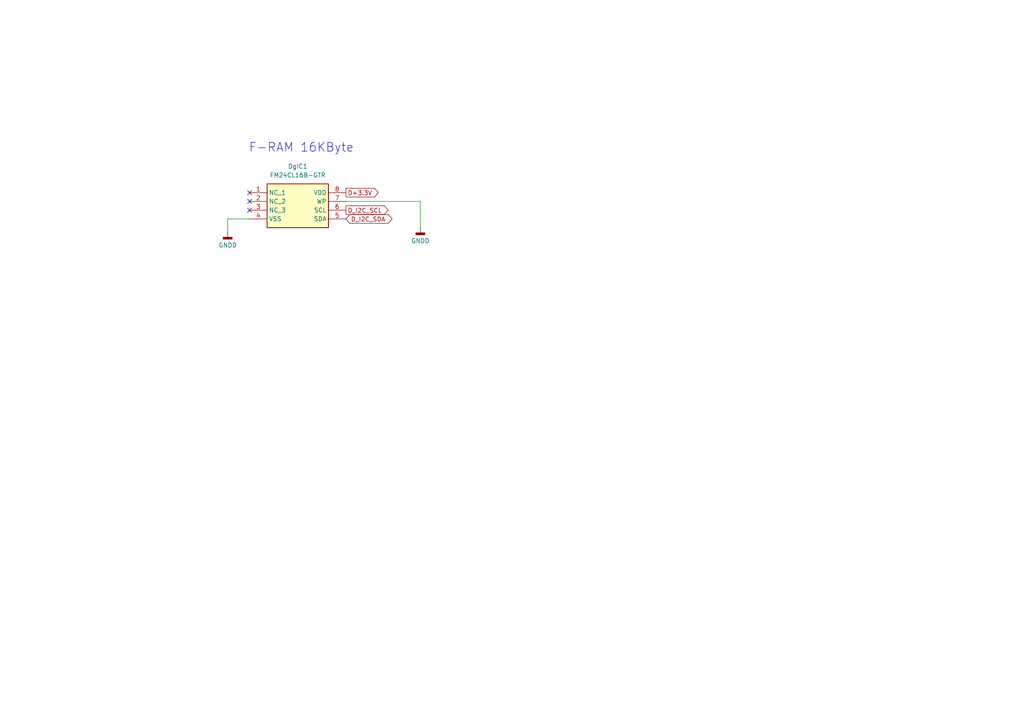
<source format=kicad_sch>
(kicad_sch (version 20231120) (generator "eeschema") (generator_version "8.0")
  (paper "A4")
  (lib_symbols
    (symbol "SamacSys_Parts:FM24CL16B-GTR"
      (property "Reference" "IC" (at 24.13 7.62 0))
      (property "Value" "FM24CL16B-GTR" (at 24.13 5.08 0))
      (symbol "FM24CL16B-GTR_1_1"
        (rectangle (start 5.08 2.54) (end 22.86 -10.16) (stroke (width 0.254)) (fill (type background)))
        (pin passive line (at 0 0 0) (length 5.08) (name "NC_1") (number "1"))
        (pin passive line (at 0 -2.54 0) (length 5.08) (name "NC_2") (number "2"))
        (pin passive line (at 0 -5.08 0) (length 5.08) (name "NC_3") (number "3"))
        (pin passive line (at 0 -7.62 0) (length 5.08) (name "VSS") (number "4"))
        (pin passive line (at 27.94 -7.62 180) (length 5.08) (name "SDA") (number "5"))
        (pin passive line (at 27.94 -5.08 180) (length 5.08) (name "SCL") (number "6"))
        (pin passive line (at 27.94 -2.54 180) (length 5.08) (name "WP") (number "7"))
        (pin passive line (at 27.94 0 180) (length 5.08) (name "VDD") (number "8"))
      )
    )
    (symbol "power:GNDD" (power) (pin_numbers hide) (pin_names (offset 0) hide)
      (property "Value" "GNDD" (at 0 -3.175 0))
      (symbol "GNDD_0_1"
        (rectangle (start -1.27 -1.524) (end 1.27 -2.032) (stroke (width 0.254)) (fill (type outline)))
        (polyline (pts (xy 0 0) (xy 0 -1.524)))
      )
      (symbol "GNDD_1_1"
        (pin power_in line (at 0 0 270) (length 0) (name "~") (number "1"))
      )
    )
  )
  (no_connect (at 72.39 58.42))
  (no_connect (at 72.39 60.96))
  (no_connect (at 72.39 55.88))
  (wire (pts (xy 72.39 63.5) (xy 66.04 63.5)))
  (wire (pts (xy 100.33 58.42) (xy 121.92 58.42)))
  (wire (pts (xy 66.04 63.5) (xy 66.04 67.31)))
  (wire (pts (xy 121.92 58.42) (xy 121.92 66.04)))
  (text "F-RAM 16KByte" (at 72.136 42.926 0) (effects (font (size 2.54 2.54)) (justify left)))
  (global_label "D_I2C_SCL" (shape output) (at 100.33 60.96 0) (property "Intersheetrefs" "${INTERSHEET_REFS}" (effects (hide yes))))
  (global_label "D+3.3V" (shape output) (at 100.33 55.88 0) (property "Intersheetrefs" "${INTERSHEET_REFS}" (effects (hide yes))))
  (global_label "D_I2C_SDA" (shape bidirectional) (at 100.33 63.5 0) (property "Intersheetrefs" "${INTERSHEET_REFS}" (effects (hide yes))))
  (symbol (lib_id "power:GNDD") (at 121.92 66.04 0) (unit 1)
    (property "Reference" "#PWR07" (effects (hide yes)))
    (property "Value" "GNDD" (at 121.92 69.85 0))
    (property "Description" "Power symbol creates a global label with name \"GNDD\" , digital ground" (effects (hide yes)))
  )
  (symbol (lib_id "SamacSys_Parts:FM24CL16B-GTR") (at 72.39 55.88 0) (unit 1)
    (property "Reference" "DgIC1" (at 86.36 48.26 0))
    (property "Value" "FM24CL16B-GTR" (at 86.36 50.8 0))
    (property "Footprint" "SamacSys_Parts:SOIC127P602X173-8N" (effects (hide yes)))
    (property "Datasheet" "http://www.cypress.com/file/136491/download" (effects (hide yes)))
    (property "Description" "F-RAM 16Kb Serial I2C 3V FRAM" (effects (hide yes)))
    (property "Height" "1.727" (effects (hide yes)))
    (property "Manufacturer_Name" "Infineon" (effects (hide yes)))
    (property "Manufacturer_Part_Number" "FM24CL16B-GTR" (effects (hide yes)))
    (property "Mouser Part Number" "877-FM24CL16B-GTR" (effects (hide yes)))
    (property "Mouser Price/Stock" "https://www.mouser.co.uk/ProductDetail/Cypress-Semiconductor/FM24CL16B-GTR?qs=pA5MXup5wxEg33VanoiarA%3D%3D" (effects (hide yes)))
    (property "Arrow Part Number" "FM24CL16B-GTR" (effects (hide yes)))
    (property "Arrow Price/Stock" "https://www.arrow.com/en/products/fm24cl16b-gtr/cypress-semiconductor?region=nac" (effects (hide yes)))
  )
  (symbol (lib_id "power:GNDD") (at 66.04 67.31 0) (unit 1)
    (property "Reference" "#PWR06" (effects (hide yes)))
    (property "Value" "GNDD" (at 66.04 71.12 0))
    (property "Description" "Power symbol creates a global label with name \"GNDD\" , digital ground" (effects (hide yes)))
  )
)
</source>
